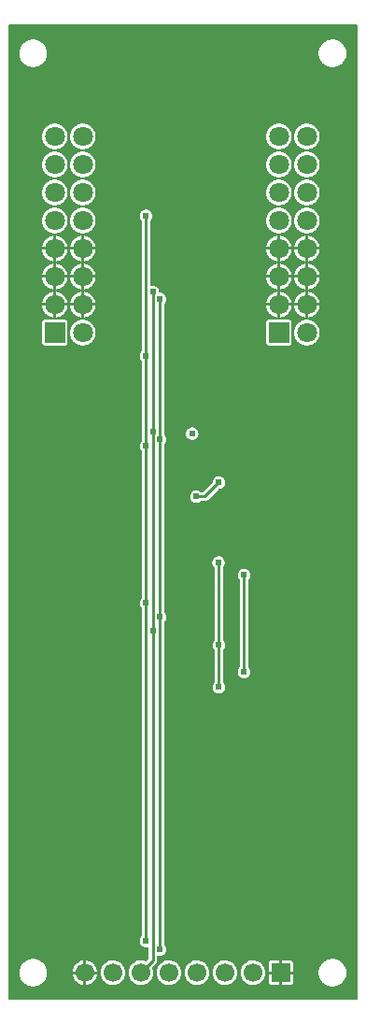
<source format=gtl>
G04 Layer: TopLayer*
G04 EasyEDA v6.5.39, 2024-01-28 22:23:05*
G04 c3fe260546394cefa430cd682b94bf32,5a6b42c53f6a479593ecc07194224c93,10*
G04 Gerber Generator version 0.2*
G04 Scale: 100 percent, Rotated: No, Reflected: No *
G04 Dimensions in millimeters *
G04 leading zeros omitted , absolute positions ,4 integer and 5 decimal *
%FSLAX45Y45*%
%MOMM*%

%AMMACRO1*21,1,$1,$2,0,0,$3*%
%ADD10C,0.2540*%
%ADD11MACRO1,1.8X1.8X90.0000*%
%ADD12C,1.8000*%
%ADD13MACRO1,1.7X1.7X0.0000*%
%ADD14C,1.7000*%
%ADD15C,0.6200*%
%ADD16C,0.0123*%

%LPD*%
G36*
X480568Y2972308D02*
G01*
X476656Y2973070D01*
X473405Y2975305D01*
X471170Y2978556D01*
X470408Y2982468D01*
X470408Y11800332D01*
X471170Y11804243D01*
X473405Y11807494D01*
X476656Y11809730D01*
X480568Y11810492D01*
X3621532Y11810492D01*
X3625443Y11809730D01*
X3628694Y11807494D01*
X3630929Y11804243D01*
X3631692Y11800332D01*
X3631692Y2982468D01*
X3630929Y2978556D01*
X3628694Y2975305D01*
X3625443Y2973070D01*
X3621532Y2972308D01*
G37*

%LPC*%
G36*
X691388Y11422176D02*
G01*
X706577Y11423091D01*
X721512Y11425834D01*
X736041Y11430355D01*
X749909Y11436604D01*
X762914Y11444478D01*
X774852Y11453876D01*
X785622Y11464594D01*
X794969Y11476583D01*
X802843Y11489588D01*
X809091Y11503456D01*
X813612Y11517934D01*
X816356Y11532920D01*
X817270Y11548059D01*
X816356Y11563248D01*
X813612Y11578234D01*
X809091Y11592712D01*
X802843Y11606580D01*
X794969Y11619585D01*
X785622Y11631574D01*
X774852Y11642293D01*
X762914Y11651691D01*
X749909Y11659565D01*
X736041Y11665813D01*
X721512Y11670334D01*
X706577Y11673078D01*
X691388Y11673992D01*
X676198Y11673078D01*
X661263Y11670334D01*
X646734Y11665813D01*
X632866Y11659565D01*
X619861Y11651691D01*
X607923Y11642293D01*
X597154Y11631574D01*
X587806Y11619585D01*
X579932Y11606580D01*
X573684Y11592712D01*
X569163Y11578234D01*
X566420Y11563248D01*
X565505Y11548059D01*
X566420Y11532920D01*
X569163Y11517934D01*
X573684Y11503456D01*
X579932Y11489588D01*
X587806Y11476583D01*
X597154Y11464594D01*
X607923Y11453876D01*
X619861Y11444478D01*
X632866Y11436604D01*
X646734Y11430355D01*
X661263Y11425834D01*
X676198Y11423091D01*
G37*
G36*
X691388Y3090976D02*
G01*
X706577Y3091891D01*
X721512Y3094634D01*
X736041Y3099155D01*
X749909Y3105404D01*
X762914Y3113278D01*
X774852Y3122676D01*
X785622Y3133394D01*
X794969Y3145383D01*
X802843Y3158388D01*
X809091Y3172256D01*
X813612Y3186734D01*
X816356Y3201720D01*
X817270Y3216859D01*
X816356Y3232048D01*
X813612Y3247034D01*
X809091Y3261512D01*
X802843Y3275380D01*
X794969Y3288385D01*
X785622Y3300374D01*
X774852Y3311093D01*
X762914Y3320491D01*
X749909Y3328365D01*
X736041Y3334613D01*
X721512Y3339134D01*
X706577Y3341878D01*
X691388Y3342792D01*
X676198Y3341878D01*
X661263Y3339134D01*
X646734Y3334613D01*
X632866Y3328365D01*
X619861Y3320491D01*
X607923Y3311093D01*
X597154Y3300374D01*
X587806Y3288385D01*
X579932Y3275380D01*
X573684Y3261512D01*
X569163Y3247034D01*
X566420Y3232048D01*
X565505Y3216859D01*
X566420Y3201720D01*
X569163Y3186734D01*
X573684Y3172256D01*
X579932Y3158388D01*
X587806Y3145383D01*
X597154Y3133394D01*
X607923Y3122676D01*
X619861Y3113278D01*
X632866Y3105404D01*
X646734Y3099155D01*
X661263Y3094634D01*
X676198Y3091891D01*
G37*
G36*
X2950210Y3105962D02*
G01*
X3021939Y3105962D01*
X3028238Y3106674D01*
X3033725Y3108604D01*
X3038602Y3111703D01*
X3042716Y3115767D01*
X3045764Y3120694D01*
X3047695Y3126130D01*
X3048406Y3132480D01*
X3048406Y3204210D01*
X2950210Y3204210D01*
G37*
G36*
X2853080Y3105962D02*
G01*
X2924810Y3105962D01*
X2924810Y3204210D01*
X2826562Y3204210D01*
X2826562Y3132480D01*
X2827274Y3126130D01*
X2829204Y3120694D01*
X2832303Y3115767D01*
X2836367Y3111703D01*
X2841294Y3108604D01*
X2846730Y3106674D01*
G37*
G36*
X2679954Y3106064D02*
G01*
X2694127Y3106521D01*
X2708148Y3108807D01*
X2721813Y3112820D01*
X2734767Y3118561D01*
X2746959Y3125927D01*
X2758033Y3134817D01*
X2767939Y3145028D01*
X2776423Y3156407D01*
X2783382Y3168802D01*
X2788716Y3181959D01*
X2792323Y3195675D01*
X2794152Y3209798D01*
X2794152Y3224022D01*
X2792323Y3238093D01*
X2788716Y3251860D01*
X2783382Y3265017D01*
X2776423Y3277362D01*
X2767939Y3288792D01*
X2758033Y3299002D01*
X2746959Y3307842D01*
X2734767Y3315208D01*
X2721813Y3320948D01*
X2708148Y3325012D01*
X2694127Y3327247D01*
X2679954Y3327704D01*
X2665780Y3326384D01*
X2651963Y3323183D01*
X2638602Y3318306D01*
X2626004Y3311702D01*
X2614371Y3303574D01*
X2603855Y3294024D01*
X2594610Y3283204D01*
X2586888Y3271316D01*
X2580690Y3258515D01*
X2576220Y3245002D01*
X2573528Y3231083D01*
X2572613Y3216910D01*
X2573528Y3202736D01*
X2576220Y3188766D01*
X2580690Y3175304D01*
X2586888Y3162503D01*
X2594610Y3150565D01*
X2603855Y3139744D01*
X2614371Y3130194D01*
X2626004Y3122066D01*
X2638602Y3115513D01*
X2651963Y3110585D01*
X2665780Y3107436D01*
G37*
G36*
X2425954Y3106064D02*
G01*
X2440127Y3106521D01*
X2454148Y3108807D01*
X2467813Y3112820D01*
X2480767Y3118561D01*
X2492959Y3125927D01*
X2504033Y3134817D01*
X2513939Y3145028D01*
X2522423Y3156407D01*
X2529382Y3168802D01*
X2534716Y3181959D01*
X2538323Y3195675D01*
X2540152Y3209798D01*
X2540152Y3224022D01*
X2538323Y3238093D01*
X2534716Y3251860D01*
X2529382Y3265017D01*
X2522423Y3277362D01*
X2513939Y3288792D01*
X2504033Y3299002D01*
X2492959Y3307842D01*
X2480767Y3315208D01*
X2467813Y3320948D01*
X2454148Y3325012D01*
X2440127Y3327247D01*
X2425954Y3327704D01*
X2411780Y3326384D01*
X2397963Y3323183D01*
X2384602Y3318306D01*
X2372004Y3311702D01*
X2360371Y3303574D01*
X2349855Y3294024D01*
X2340610Y3283204D01*
X2332888Y3271316D01*
X2326690Y3258515D01*
X2322220Y3245002D01*
X2319528Y3231083D01*
X2318613Y3216910D01*
X2319528Y3202736D01*
X2322220Y3188766D01*
X2326690Y3175304D01*
X2332888Y3162503D01*
X2340610Y3150565D01*
X2349855Y3139744D01*
X2360371Y3130194D01*
X2372004Y3122066D01*
X2384602Y3115513D01*
X2397963Y3110585D01*
X2411780Y3107436D01*
G37*
G36*
X1409954Y3106064D02*
G01*
X1424127Y3106521D01*
X1438148Y3108807D01*
X1451813Y3112820D01*
X1464767Y3118561D01*
X1476959Y3125927D01*
X1488033Y3134817D01*
X1497939Y3145028D01*
X1506423Y3156407D01*
X1513382Y3168802D01*
X1518716Y3181959D01*
X1522323Y3195675D01*
X1524152Y3209798D01*
X1524152Y3224022D01*
X1522323Y3238093D01*
X1518716Y3251860D01*
X1513382Y3265017D01*
X1506423Y3277362D01*
X1497939Y3288792D01*
X1488033Y3299002D01*
X1476959Y3307842D01*
X1464767Y3315208D01*
X1451813Y3320948D01*
X1438148Y3325012D01*
X1424127Y3327247D01*
X1409954Y3327704D01*
X1395780Y3326384D01*
X1381963Y3323183D01*
X1368602Y3318306D01*
X1356004Y3311702D01*
X1344371Y3303574D01*
X1333855Y3294024D01*
X1324610Y3283204D01*
X1316888Y3271316D01*
X1310690Y3258515D01*
X1306220Y3245002D01*
X1303528Y3231083D01*
X1302613Y3216910D01*
X1303528Y3202736D01*
X1306220Y3188766D01*
X1310690Y3175304D01*
X1316888Y3162503D01*
X1324610Y3150565D01*
X1333855Y3139744D01*
X1344371Y3130194D01*
X1356004Y3122066D01*
X1368602Y3115513D01*
X1381963Y3110585D01*
X1395780Y3107436D01*
G37*
G36*
X2171954Y3106064D02*
G01*
X2186127Y3106521D01*
X2200148Y3108807D01*
X2213813Y3112820D01*
X2226767Y3118561D01*
X2238959Y3125927D01*
X2250033Y3134817D01*
X2259939Y3145028D01*
X2268423Y3156407D01*
X2275382Y3168802D01*
X2280716Y3181959D01*
X2284323Y3195675D01*
X2286152Y3209798D01*
X2286152Y3224022D01*
X2284323Y3238093D01*
X2280716Y3251860D01*
X2275382Y3265017D01*
X2268423Y3277362D01*
X2259939Y3288792D01*
X2250033Y3299002D01*
X2238959Y3307842D01*
X2226767Y3315208D01*
X2213813Y3320948D01*
X2200148Y3325012D01*
X2186127Y3327247D01*
X2171954Y3327704D01*
X2157780Y3326384D01*
X2143963Y3323183D01*
X2130602Y3318306D01*
X2118004Y3311702D01*
X2106371Y3303574D01*
X2095855Y3294024D01*
X2086610Y3283204D01*
X2078888Y3271316D01*
X2072690Y3258515D01*
X2068220Y3245002D01*
X2065528Y3231083D01*
X2064613Y3216910D01*
X2065528Y3202736D01*
X2068220Y3188766D01*
X2072690Y3175304D01*
X2078888Y3162503D01*
X2086610Y3150565D01*
X2095855Y3139744D01*
X2106371Y3130194D01*
X2118004Y3122066D01*
X2130602Y3115513D01*
X2143963Y3110585D01*
X2157780Y3107436D01*
G37*
G36*
X1917954Y3106064D02*
G01*
X1932127Y3106521D01*
X1946148Y3108807D01*
X1959813Y3112820D01*
X1972767Y3118561D01*
X1984959Y3125927D01*
X1996033Y3134817D01*
X2005939Y3145028D01*
X2014423Y3156407D01*
X2021382Y3168802D01*
X2026716Y3181959D01*
X2030323Y3195675D01*
X2032152Y3209798D01*
X2032152Y3224022D01*
X2030323Y3238093D01*
X2026716Y3251860D01*
X2021382Y3265017D01*
X2014423Y3277362D01*
X2005939Y3288792D01*
X1996033Y3299002D01*
X1984959Y3307842D01*
X1972767Y3315208D01*
X1959813Y3320948D01*
X1946148Y3325012D01*
X1932127Y3327247D01*
X1917954Y3327704D01*
X1903780Y3326384D01*
X1889963Y3323183D01*
X1876602Y3318306D01*
X1864004Y3311702D01*
X1852371Y3303574D01*
X1841855Y3294024D01*
X1832610Y3283204D01*
X1824888Y3271316D01*
X1818690Y3258515D01*
X1814220Y3245002D01*
X1811528Y3231083D01*
X1810613Y3216910D01*
X1811528Y3202736D01*
X1814220Y3188766D01*
X1818690Y3175304D01*
X1824888Y3162503D01*
X1832610Y3150565D01*
X1841855Y3139744D01*
X1852371Y3130194D01*
X1864004Y3122066D01*
X1876602Y3115513D01*
X1889963Y3110585D01*
X1903780Y3107436D01*
G37*
G36*
X1663954Y3106064D02*
G01*
X1678127Y3106521D01*
X1692148Y3108807D01*
X1705813Y3112820D01*
X1718767Y3118561D01*
X1730959Y3125927D01*
X1742033Y3134817D01*
X1751939Y3145028D01*
X1760423Y3156407D01*
X1767382Y3168802D01*
X1772716Y3181959D01*
X1776323Y3195675D01*
X1778152Y3209798D01*
X1778152Y3224022D01*
X1776323Y3238093D01*
X1772716Y3251860D01*
X1770735Y3256788D01*
X1769973Y3260648D01*
X1770786Y3264509D01*
X1772970Y3267760D01*
X1804924Y3299764D01*
X1810054Y3305962D01*
X1813610Y3312668D01*
X1815795Y3319881D01*
X1816607Y3327908D01*
X1816607Y3363823D01*
X1817624Y3368192D01*
X1820367Y3371697D01*
X1824431Y3373678D01*
X1828901Y3373729D01*
X1834286Y3372612D01*
X1843938Y3372154D01*
X1853488Y3373424D01*
X1862683Y3376218D01*
X1871319Y3380587D01*
X1879092Y3386328D01*
X1885746Y3393287D01*
X1891131Y3401263D01*
X1895144Y3410051D01*
X1897532Y3419398D01*
X1898396Y3429000D01*
X1897532Y3438601D01*
X1895144Y3447948D01*
X1891131Y3456736D01*
X1885746Y3464712D01*
X1882952Y3467658D01*
X1880819Y3470910D01*
X1880107Y3474720D01*
X1880107Y6393180D01*
X1880819Y6396990D01*
X1882952Y6400241D01*
X1885746Y6403187D01*
X1891131Y6411163D01*
X1895144Y6419951D01*
X1897532Y6429298D01*
X1898396Y6438900D01*
X1897532Y6448501D01*
X1895144Y6457848D01*
X1891131Y6466636D01*
X1885746Y6474612D01*
X1882952Y6477558D01*
X1880819Y6480810D01*
X1880107Y6484620D01*
X1880107Y8006080D01*
X1880819Y8009890D01*
X1882952Y8013141D01*
X1885746Y8016087D01*
X1891131Y8024063D01*
X1895144Y8032851D01*
X1897532Y8042198D01*
X1898396Y8051800D01*
X1897532Y8061401D01*
X1895144Y8070748D01*
X1891131Y8079536D01*
X1885746Y8087512D01*
X1882952Y8090458D01*
X1880819Y8093709D01*
X1880107Y8097520D01*
X1880107Y9276080D01*
X1880819Y9279890D01*
X1882952Y9283141D01*
X1885746Y9286087D01*
X1891131Y9294063D01*
X1895144Y9302851D01*
X1897532Y9312198D01*
X1898396Y9321800D01*
X1897532Y9331401D01*
X1895144Y9340748D01*
X1891131Y9349536D01*
X1885746Y9357512D01*
X1879092Y9364472D01*
X1871319Y9370212D01*
X1862683Y9374581D01*
X1853488Y9377375D01*
X1843481Y9378696D01*
X1840179Y9379661D01*
X1837436Y9381744D01*
X1835505Y9384588D01*
X1834642Y9387890D01*
X1834032Y9394901D01*
X1831644Y9404248D01*
X1827631Y9413036D01*
X1822246Y9421012D01*
X1815592Y9427972D01*
X1807819Y9433712D01*
X1799183Y9438081D01*
X1789988Y9440875D01*
X1780438Y9442145D01*
X1770786Y9441688D01*
X1765401Y9440570D01*
X1760931Y9440621D01*
X1756867Y9442602D01*
X1754124Y9446107D01*
X1753107Y9450476D01*
X1753107Y10029139D01*
X1753819Y10032898D01*
X1755952Y10036149D01*
X1758746Y10039096D01*
X1764131Y10047071D01*
X1768144Y10055860D01*
X1770532Y10065207D01*
X1771396Y10074808D01*
X1770532Y10084409D01*
X1768144Y10093756D01*
X1764131Y10102545D01*
X1758746Y10110520D01*
X1752092Y10117480D01*
X1744319Y10123220D01*
X1735683Y10127589D01*
X1726488Y10130383D01*
X1716938Y10131653D01*
X1707286Y10131247D01*
X1697837Y10129215D01*
X1688896Y10125608D01*
X1680667Y10120528D01*
X1673453Y10114178D01*
X1667357Y10106660D01*
X1662684Y10098227D01*
X1659483Y10089134D01*
X1657857Y10079634D01*
X1657857Y10069982D01*
X1659483Y10060482D01*
X1662684Y10051389D01*
X1667357Y10042956D01*
X1673656Y10035235D01*
X1675333Y10032238D01*
X1675892Y10028834D01*
X1675892Y8850782D01*
X1675333Y8847378D01*
X1673656Y8844381D01*
X1667357Y8836660D01*
X1662684Y8828227D01*
X1659483Y8819134D01*
X1657857Y8809634D01*
X1657857Y8799982D01*
X1659483Y8790482D01*
X1662684Y8781389D01*
X1667357Y8772956D01*
X1673656Y8765235D01*
X1675333Y8762238D01*
X1675892Y8758834D01*
X1675892Y8034274D01*
X1675333Y8030870D01*
X1673656Y8027873D01*
X1667357Y8020151D01*
X1662684Y8011718D01*
X1659483Y8002625D01*
X1657857Y7993125D01*
X1657857Y7983474D01*
X1659483Y7973974D01*
X1662684Y7964881D01*
X1667357Y7956448D01*
X1673656Y7948726D01*
X1675333Y7945729D01*
X1675892Y7942325D01*
X1675892Y6611874D01*
X1675333Y6608470D01*
X1673656Y6605473D01*
X1667357Y6597751D01*
X1662684Y6589318D01*
X1659483Y6580225D01*
X1657857Y6570725D01*
X1657857Y6561074D01*
X1659483Y6551574D01*
X1662684Y6542481D01*
X1667357Y6534048D01*
X1673656Y6526326D01*
X1675333Y6523329D01*
X1675892Y6519926D01*
X1675892Y3551174D01*
X1675333Y3547770D01*
X1673656Y3544773D01*
X1667357Y3537051D01*
X1662684Y3528618D01*
X1659483Y3519525D01*
X1657857Y3510026D01*
X1657857Y3500374D01*
X1659483Y3490874D01*
X1662684Y3481781D01*
X1667357Y3473348D01*
X1673453Y3465829D01*
X1680667Y3459479D01*
X1688896Y3454400D01*
X1697837Y3450844D01*
X1707286Y3448812D01*
X1716887Y3448405D01*
X1727860Y3449878D01*
X1732127Y3449574D01*
X1735886Y3447491D01*
X1738477Y3444036D01*
X1739392Y3439820D01*
X1739392Y3347618D01*
X1738630Y3343706D01*
X1736394Y3340404D01*
X1718462Y3322472D01*
X1715109Y3320237D01*
X1711096Y3319475D01*
X1692148Y3325012D01*
X1678127Y3327247D01*
X1663954Y3327704D01*
X1649780Y3326384D01*
X1635963Y3323183D01*
X1622602Y3318306D01*
X1610004Y3311702D01*
X1598371Y3303574D01*
X1587855Y3294024D01*
X1578610Y3283204D01*
X1570888Y3271316D01*
X1564690Y3258515D01*
X1560220Y3245002D01*
X1557528Y3231083D01*
X1556613Y3216910D01*
X1557528Y3202736D01*
X1560220Y3188766D01*
X1564690Y3175304D01*
X1570888Y3162503D01*
X1578610Y3150565D01*
X1587855Y3139744D01*
X1598371Y3130194D01*
X1610004Y3122066D01*
X1622602Y3115513D01*
X1635963Y3110585D01*
X1649780Y3107436D01*
G37*
G36*
X1172210Y3106877D02*
G01*
X1184148Y3108807D01*
X1197813Y3112820D01*
X1210767Y3118561D01*
X1222959Y3125927D01*
X1234033Y3134817D01*
X1243939Y3145028D01*
X1252423Y3156407D01*
X1259382Y3168802D01*
X1264716Y3181959D01*
X1268323Y3195675D01*
X1269441Y3204210D01*
X1172210Y3204210D01*
G37*
G36*
X1146810Y3106928D02*
G01*
X1146810Y3204210D01*
X1049426Y3204210D01*
X1049528Y3202736D01*
X1052220Y3188766D01*
X1056690Y3175304D01*
X1062888Y3162503D01*
X1070610Y3150565D01*
X1079855Y3139744D01*
X1090371Y3130194D01*
X1102004Y3122066D01*
X1114602Y3115513D01*
X1127963Y3110585D01*
X1141780Y3107436D01*
G37*
G36*
X1172210Y3229610D02*
G01*
X1269441Y3229610D01*
X1268323Y3238093D01*
X1264716Y3251860D01*
X1259382Y3265017D01*
X1252423Y3277362D01*
X1243939Y3288792D01*
X1234033Y3299002D01*
X1222959Y3307842D01*
X1210767Y3315208D01*
X1197813Y3320948D01*
X1184148Y3325012D01*
X1172210Y3326942D01*
G37*
G36*
X1049426Y3229610D02*
G01*
X1146810Y3229610D01*
X1146810Y3326841D01*
X1141780Y3326384D01*
X1127963Y3323183D01*
X1114602Y3318306D01*
X1102004Y3311702D01*
X1090371Y3303574D01*
X1079855Y3294024D01*
X1070610Y3283204D01*
X1062888Y3271316D01*
X1056690Y3258515D01*
X1052220Y3245002D01*
X1049528Y3231083D01*
G37*
G36*
X2826562Y3229610D02*
G01*
X2924810Y3229610D01*
X2924810Y3327806D01*
X2853080Y3327806D01*
X2846730Y3327095D01*
X2841294Y3325164D01*
X2836367Y3322116D01*
X2832303Y3318001D01*
X2829204Y3313125D01*
X2827274Y3307638D01*
X2826562Y3301339D01*
G37*
G36*
X2950210Y3229610D02*
G01*
X3048406Y3229610D01*
X3048406Y3301339D01*
X3047695Y3307638D01*
X3045764Y3313125D01*
X3042716Y3318001D01*
X3038602Y3322116D01*
X3033725Y3325164D01*
X3028238Y3327095D01*
X3021939Y3327806D01*
X2950210Y3327806D01*
G37*
G36*
X3406394Y11422176D02*
G01*
X3421583Y11423091D01*
X3436518Y11425834D01*
X3451047Y11430355D01*
X3464915Y11436604D01*
X3477920Y11444478D01*
X3489858Y11453876D01*
X3500628Y11464594D01*
X3509975Y11476583D01*
X3517849Y11489588D01*
X3524097Y11503456D01*
X3528618Y11517934D01*
X3531362Y11532920D01*
X3532276Y11548059D01*
X3531362Y11563248D01*
X3528618Y11578234D01*
X3524097Y11592712D01*
X3517849Y11606580D01*
X3509975Y11619585D01*
X3500628Y11631574D01*
X3489858Y11642293D01*
X3477920Y11651691D01*
X3464915Y11659565D01*
X3451047Y11665813D01*
X3436518Y11670334D01*
X3421583Y11673078D01*
X3406394Y11673992D01*
X3391204Y11673078D01*
X3376269Y11670334D01*
X3361740Y11665813D01*
X3347872Y11659565D01*
X3334867Y11651691D01*
X3322929Y11642293D01*
X3312160Y11631574D01*
X3302812Y11619585D01*
X3294938Y11606580D01*
X3288690Y11592712D01*
X3284169Y11578234D01*
X3281426Y11563248D01*
X3280511Y11548059D01*
X3281426Y11532920D01*
X3284169Y11517934D01*
X3288690Y11503456D01*
X3294938Y11489588D01*
X3302812Y11476583D01*
X3312160Y11464594D01*
X3322929Y11453876D01*
X3334867Y11444478D01*
X3347872Y11436604D01*
X3361740Y11430355D01*
X3376269Y11425834D01*
X3391204Y11423091D01*
G37*
G36*
X1143000Y10679125D02*
G01*
X1157528Y10680039D01*
X1171803Y10682732D01*
X1185672Y10687253D01*
X1198829Y10693450D01*
X1211122Y10701223D01*
X1222349Y10710519D01*
X1232306Y10721136D01*
X1240840Y10732922D01*
X1247851Y10745673D01*
X1253236Y10759186D01*
X1256842Y10773308D01*
X1258671Y10787735D01*
X1258671Y10802264D01*
X1256842Y10816691D01*
X1253236Y10830814D01*
X1247851Y10844326D01*
X1240840Y10857077D01*
X1232306Y10868863D01*
X1222349Y10879480D01*
X1211122Y10888776D01*
X1198829Y10896549D01*
X1185672Y10902746D01*
X1171803Y10907268D01*
X1157528Y10909960D01*
X1143000Y10910874D01*
X1128471Y10909960D01*
X1114196Y10907268D01*
X1100328Y10902746D01*
X1087170Y10896549D01*
X1074877Y10888776D01*
X1063650Y10879480D01*
X1053693Y10868863D01*
X1045159Y10857077D01*
X1038148Y10844326D01*
X1032764Y10830814D01*
X1029157Y10816691D01*
X1027328Y10802264D01*
X1027328Y10787735D01*
X1029157Y10773308D01*
X1032764Y10759186D01*
X1038148Y10745673D01*
X1045159Y10732922D01*
X1053693Y10721136D01*
X1063650Y10710519D01*
X1074877Y10701223D01*
X1087170Y10693450D01*
X1100328Y10687253D01*
X1114196Y10682732D01*
X1128471Y10680039D01*
G37*
G36*
X2921000Y10679125D02*
G01*
X2935528Y10680039D01*
X2949803Y10682732D01*
X2963672Y10687253D01*
X2976829Y10693450D01*
X2989122Y10701223D01*
X3000349Y10710519D01*
X3010306Y10721136D01*
X3018840Y10732922D01*
X3025851Y10745673D01*
X3031236Y10759186D01*
X3034842Y10773308D01*
X3036671Y10787735D01*
X3036671Y10802264D01*
X3034842Y10816691D01*
X3031236Y10830814D01*
X3025851Y10844326D01*
X3018840Y10857077D01*
X3010306Y10868863D01*
X3000349Y10879480D01*
X2989122Y10888776D01*
X2976829Y10896549D01*
X2963672Y10902746D01*
X2949803Y10907268D01*
X2935528Y10909960D01*
X2921000Y10910874D01*
X2906471Y10909960D01*
X2892196Y10907268D01*
X2878328Y10902746D01*
X2865170Y10896549D01*
X2852877Y10888776D01*
X2841650Y10879480D01*
X2831693Y10868863D01*
X2823159Y10857077D01*
X2816148Y10844326D01*
X2810764Y10830814D01*
X2807157Y10816691D01*
X2805328Y10802264D01*
X2805328Y10787735D01*
X2807157Y10773308D01*
X2810764Y10759186D01*
X2816148Y10745673D01*
X2823159Y10732922D01*
X2831693Y10721136D01*
X2841650Y10710519D01*
X2852877Y10701223D01*
X2865170Y10693450D01*
X2878328Y10687253D01*
X2892196Y10682732D01*
X2906471Y10680039D01*
G37*
G36*
X2377338Y5747054D02*
G01*
X2386888Y5748324D01*
X2396083Y5751118D01*
X2404719Y5755487D01*
X2412492Y5761228D01*
X2419146Y5768187D01*
X2424531Y5776163D01*
X2428544Y5784951D01*
X2430932Y5794298D01*
X2431796Y5803900D01*
X2430932Y5813501D01*
X2428544Y5822848D01*
X2424531Y5831636D01*
X2419146Y5839612D01*
X2416352Y5842558D01*
X2414219Y5845810D01*
X2413508Y5849620D01*
X2413508Y6139180D01*
X2414219Y6142990D01*
X2416352Y6146241D01*
X2419146Y6149187D01*
X2424531Y6157163D01*
X2428544Y6165951D01*
X2430932Y6175298D01*
X2431796Y6184900D01*
X2430932Y6194501D01*
X2428544Y6203848D01*
X2424531Y6212636D01*
X2419146Y6220612D01*
X2416352Y6223558D01*
X2414219Y6226810D01*
X2413508Y6230620D01*
X2413508Y6889953D01*
X2414219Y6893763D01*
X2416352Y6897014D01*
X2417775Y6898487D01*
X2423160Y6906463D01*
X2427122Y6915251D01*
X2429560Y6924598D01*
X2430373Y6934200D01*
X2429560Y6943801D01*
X2427122Y6953148D01*
X2423160Y6961936D01*
X2417775Y6969912D01*
X2411069Y6976872D01*
X2403297Y6982612D01*
X2394712Y6986981D01*
X2385466Y6989775D01*
X2375916Y6991045D01*
X2366264Y6990588D01*
X2356866Y6988556D01*
X2347874Y6985000D01*
X2339695Y6979920D01*
X2332431Y6973570D01*
X2326386Y6966051D01*
X2321661Y6957618D01*
X2318461Y6948525D01*
X2316835Y6939025D01*
X2316835Y6929374D01*
X2318461Y6919874D01*
X2321661Y6910781D01*
X2326386Y6902348D01*
X2332837Y6894474D01*
X2335377Y6891070D01*
X2336292Y6886854D01*
X2336292Y6230874D01*
X2335733Y6227470D01*
X2334056Y6224473D01*
X2327757Y6216751D01*
X2323084Y6208318D01*
X2319883Y6199225D01*
X2318258Y6189726D01*
X2318258Y6180074D01*
X2319883Y6170574D01*
X2323084Y6161481D01*
X2327757Y6153048D01*
X2334056Y6145326D01*
X2335733Y6142329D01*
X2336292Y6138926D01*
X2336292Y5849874D01*
X2335733Y5846470D01*
X2334056Y5843473D01*
X2327757Y5835751D01*
X2323084Y5827318D01*
X2319883Y5818225D01*
X2318258Y5808726D01*
X2318258Y5799074D01*
X2319883Y5789574D01*
X2323084Y5780481D01*
X2327757Y5772048D01*
X2333853Y5764530D01*
X2341067Y5758180D01*
X2349296Y5753100D01*
X2358237Y5749544D01*
X2367686Y5747512D01*
G37*
G36*
X2605938Y5886754D02*
G01*
X2615488Y5888024D01*
X2624683Y5890818D01*
X2633319Y5895187D01*
X2641092Y5900928D01*
X2647746Y5907887D01*
X2653131Y5915863D01*
X2657144Y5924651D01*
X2659532Y5933998D01*
X2660396Y5943600D01*
X2659532Y5953201D01*
X2657144Y5962548D01*
X2653131Y5971336D01*
X2647746Y5979312D01*
X2644952Y5982258D01*
X2642819Y5985510D01*
X2642108Y5989320D01*
X2642108Y6774180D01*
X2642819Y6777990D01*
X2644952Y6781241D01*
X2647746Y6784187D01*
X2653131Y6792163D01*
X2657144Y6800951D01*
X2659532Y6810298D01*
X2660396Y6819900D01*
X2659532Y6829501D01*
X2657144Y6838848D01*
X2653131Y6847636D01*
X2647746Y6855612D01*
X2641092Y6862572D01*
X2633319Y6868312D01*
X2624683Y6872681D01*
X2615488Y6875475D01*
X2605938Y6876745D01*
X2596286Y6876288D01*
X2586837Y6874256D01*
X2577896Y6870700D01*
X2569667Y6865620D01*
X2562453Y6859270D01*
X2556357Y6851751D01*
X2551684Y6843318D01*
X2548483Y6834225D01*
X2546858Y6824725D01*
X2546858Y6815074D01*
X2548483Y6805574D01*
X2551684Y6796481D01*
X2556357Y6788048D01*
X2562656Y6780326D01*
X2564333Y6777329D01*
X2564892Y6773925D01*
X2564892Y5989574D01*
X2564333Y5986170D01*
X2562656Y5983173D01*
X2556357Y5975451D01*
X2551684Y5967018D01*
X2548483Y5957925D01*
X2546858Y5948426D01*
X2546858Y5938774D01*
X2548483Y5929274D01*
X2551684Y5920181D01*
X2556357Y5911748D01*
X2562453Y5904230D01*
X2569667Y5897880D01*
X2577896Y5892800D01*
X2586837Y5889244D01*
X2596286Y5887212D01*
G37*
G36*
X2174138Y7474254D02*
G01*
X2183688Y7475524D01*
X2192883Y7478318D01*
X2201519Y7482687D01*
X2213559Y7491679D01*
X2217521Y7492492D01*
X2247392Y7492492D01*
X2255418Y7493304D01*
X2262632Y7495489D01*
X2269337Y7499045D01*
X2275535Y7504175D01*
X2369718Y7598308D01*
X2373223Y7600594D01*
X2386888Y7602524D01*
X2396083Y7605318D01*
X2404719Y7609687D01*
X2412492Y7615428D01*
X2419146Y7622387D01*
X2424531Y7630363D01*
X2428544Y7639151D01*
X2430932Y7648498D01*
X2431796Y7658100D01*
X2430932Y7667701D01*
X2428544Y7677048D01*
X2424531Y7685836D01*
X2419146Y7693812D01*
X2412492Y7700772D01*
X2404719Y7706512D01*
X2396083Y7710881D01*
X2386888Y7713675D01*
X2377338Y7714945D01*
X2367686Y7714488D01*
X2358237Y7712456D01*
X2349296Y7708900D01*
X2341067Y7703820D01*
X2333853Y7697470D01*
X2327757Y7689951D01*
X2323084Y7681518D01*
X2319883Y7672425D01*
X2318258Y7662925D01*
X2318258Y7660233D01*
X2317445Y7656372D01*
X2315260Y7653070D01*
X2234895Y7572705D01*
X2231593Y7570470D01*
X2227681Y7569708D01*
X2217521Y7569708D01*
X2213559Y7570520D01*
X2201519Y7579512D01*
X2192883Y7583881D01*
X2183688Y7586675D01*
X2174138Y7587945D01*
X2164486Y7587488D01*
X2155037Y7585456D01*
X2146096Y7581900D01*
X2137867Y7576820D01*
X2130653Y7570470D01*
X2124557Y7562951D01*
X2119884Y7554518D01*
X2116683Y7545425D01*
X2115058Y7535925D01*
X2115058Y7526274D01*
X2116683Y7516774D01*
X2119884Y7507681D01*
X2124557Y7499248D01*
X2130653Y7491730D01*
X2137867Y7485380D01*
X2146096Y7480300D01*
X2155037Y7476744D01*
X2164486Y7474712D01*
G37*
G36*
X889000Y10679125D02*
G01*
X903528Y10680039D01*
X917803Y10682732D01*
X931671Y10687253D01*
X944829Y10693450D01*
X957122Y10701223D01*
X968349Y10710519D01*
X978306Y10721136D01*
X986840Y10732922D01*
X993851Y10745673D01*
X999236Y10759186D01*
X1002842Y10773308D01*
X1004671Y10787735D01*
X1004671Y10802264D01*
X1002842Y10816691D01*
X999236Y10830814D01*
X993851Y10844326D01*
X986840Y10857077D01*
X978306Y10868863D01*
X968349Y10879480D01*
X957122Y10888776D01*
X944829Y10896549D01*
X931671Y10902746D01*
X917803Y10907268D01*
X903528Y10909960D01*
X889000Y10910874D01*
X874471Y10909960D01*
X860196Y10907268D01*
X846328Y10902746D01*
X833170Y10896549D01*
X820877Y10888776D01*
X809650Y10879480D01*
X799693Y10868863D01*
X791159Y10857077D01*
X784148Y10844326D01*
X778764Y10830814D01*
X775157Y10816691D01*
X773328Y10802264D01*
X773328Y10787735D01*
X775157Y10773308D01*
X778764Y10759186D01*
X784148Y10745673D01*
X791159Y10732922D01*
X799693Y10721136D01*
X809650Y10710519D01*
X820877Y10701223D01*
X833170Y10693450D01*
X846328Y10687253D01*
X860196Y10682732D01*
X874471Y10680039D01*
G37*
G36*
X2136038Y8045754D02*
G01*
X2145588Y8047024D01*
X2154783Y8049818D01*
X2163419Y8054187D01*
X2171192Y8059928D01*
X2177846Y8066887D01*
X2183231Y8074863D01*
X2187244Y8083651D01*
X2189632Y8092998D01*
X2190496Y8102600D01*
X2189632Y8112201D01*
X2187244Y8121548D01*
X2183231Y8130336D01*
X2177846Y8138312D01*
X2171192Y8145272D01*
X2163419Y8151012D01*
X2154783Y8155381D01*
X2145588Y8158175D01*
X2136038Y8159445D01*
X2126386Y8158988D01*
X2116937Y8156956D01*
X2107996Y8153400D01*
X2099767Y8148320D01*
X2092553Y8141970D01*
X2086457Y8134451D01*
X2081784Y8126018D01*
X2078583Y8116925D01*
X2076957Y8107425D01*
X2076957Y8097774D01*
X2078583Y8088274D01*
X2081784Y8079181D01*
X2086457Y8070748D01*
X2092553Y8063230D01*
X2099767Y8056880D01*
X2107996Y8051800D01*
X2116937Y8048244D01*
X2126386Y8046212D01*
G37*
G36*
X2831592Y8901074D02*
G01*
X3010408Y8901074D01*
X3016758Y8901785D01*
X3022193Y8903716D01*
X3027121Y8906814D01*
X3031185Y8910878D01*
X3034284Y8915806D01*
X3036214Y8921242D01*
X3036925Y8927592D01*
X3036925Y9106408D01*
X3036214Y9112758D01*
X3034284Y9118193D01*
X3031185Y9123121D01*
X3027121Y9127185D01*
X3022193Y9130284D01*
X3016758Y9132214D01*
X3010408Y9132925D01*
X2831592Y9132925D01*
X2825242Y9132214D01*
X2819806Y9130284D01*
X2814878Y9127185D01*
X2810814Y9123121D01*
X2807716Y9118193D01*
X2805785Y9112758D01*
X2805074Y9106408D01*
X2805074Y8927592D01*
X2805785Y8921242D01*
X2807716Y8915806D01*
X2810814Y8910878D01*
X2814878Y8906814D01*
X2819806Y8903716D01*
X2825242Y8901785D01*
G37*
G36*
X799592Y8901074D02*
G01*
X978408Y8901074D01*
X984758Y8901785D01*
X990193Y8903716D01*
X995121Y8906814D01*
X999185Y8910878D01*
X1002284Y8915806D01*
X1004214Y8921242D01*
X1004925Y8927592D01*
X1004925Y9106408D01*
X1004214Y9112758D01*
X1002284Y9118193D01*
X999185Y9123121D01*
X995121Y9127185D01*
X990193Y9130284D01*
X984758Y9132214D01*
X978408Y9132925D01*
X799592Y9132925D01*
X793242Y9132214D01*
X787806Y9130284D01*
X782878Y9127185D01*
X778814Y9123121D01*
X775716Y9118193D01*
X773785Y9112758D01*
X773074Y9106408D01*
X773074Y8927592D01*
X773785Y8921242D01*
X775716Y8915806D01*
X778814Y8910878D01*
X782878Y8906814D01*
X787806Y8903716D01*
X793242Y8901785D01*
G37*
G36*
X1143000Y8901125D02*
G01*
X1157528Y8902039D01*
X1171803Y8904732D01*
X1185672Y8909253D01*
X1198829Y8915450D01*
X1211122Y8923223D01*
X1222349Y8932519D01*
X1232306Y8943136D01*
X1240840Y8954922D01*
X1247851Y8967673D01*
X1253236Y8981186D01*
X1256842Y8995308D01*
X1258671Y9009735D01*
X1258671Y9024264D01*
X1256842Y9038691D01*
X1253236Y9052814D01*
X1247851Y9066326D01*
X1240840Y9079077D01*
X1232306Y9090863D01*
X1222349Y9101480D01*
X1211122Y9110776D01*
X1198829Y9118549D01*
X1185672Y9124746D01*
X1171803Y9129268D01*
X1157528Y9131960D01*
X1143000Y9132874D01*
X1128471Y9131960D01*
X1114196Y9129268D01*
X1100328Y9124746D01*
X1087170Y9118549D01*
X1074877Y9110776D01*
X1063650Y9101480D01*
X1053693Y9090863D01*
X1045159Y9079077D01*
X1038148Y9066326D01*
X1032764Y9052814D01*
X1029157Y9038691D01*
X1027328Y9024264D01*
X1027328Y9009735D01*
X1029157Y8995308D01*
X1032764Y8981186D01*
X1038148Y8967673D01*
X1045159Y8954922D01*
X1053693Y8943136D01*
X1063650Y8932519D01*
X1074877Y8923223D01*
X1087170Y8915450D01*
X1100328Y8909253D01*
X1114196Y8904732D01*
X1128471Y8902039D01*
G37*
G36*
X3175000Y8901125D02*
G01*
X3189528Y8902039D01*
X3203803Y8904732D01*
X3217672Y8909253D01*
X3230829Y8915450D01*
X3243122Y8923223D01*
X3254349Y8932519D01*
X3264306Y8943136D01*
X3272840Y8954922D01*
X3279851Y8967673D01*
X3285236Y8981186D01*
X3288842Y8995308D01*
X3290671Y9009735D01*
X3290671Y9024264D01*
X3288842Y9038691D01*
X3285236Y9052814D01*
X3279851Y9066326D01*
X3272840Y9079077D01*
X3264306Y9090863D01*
X3254349Y9101480D01*
X3243122Y9110776D01*
X3230829Y9118549D01*
X3217672Y9124746D01*
X3203803Y9129268D01*
X3189528Y9131960D01*
X3175000Y9132874D01*
X3160471Y9131960D01*
X3146196Y9129268D01*
X3132328Y9124746D01*
X3119170Y9118549D01*
X3106877Y9110776D01*
X3095650Y9101480D01*
X3085693Y9090863D01*
X3077159Y9079077D01*
X3070148Y9066326D01*
X3064764Y9052814D01*
X3061157Y9038691D01*
X3059328Y9024264D01*
X3059328Y9009735D01*
X3061157Y8995308D01*
X3064764Y8981186D01*
X3070148Y8967673D01*
X3077159Y8954922D01*
X3085693Y8943136D01*
X3095650Y8932519D01*
X3106877Y8923223D01*
X3119170Y8915450D01*
X3132328Y8909253D01*
X3146196Y8904732D01*
X3160471Y8902039D01*
G37*
G36*
X1130300Y9155887D02*
G01*
X1130300Y9258300D01*
X1028039Y9258300D01*
X1029157Y9249308D01*
X1032764Y9235186D01*
X1038148Y9221673D01*
X1045159Y9208922D01*
X1053693Y9197136D01*
X1063650Y9186519D01*
X1074877Y9177223D01*
X1087170Y9169450D01*
X1100328Y9163253D01*
X1114196Y9158732D01*
X1128471Y9156039D01*
G37*
G36*
X2933700Y9155887D02*
G01*
X2935528Y9156039D01*
X2949803Y9158732D01*
X2963672Y9163253D01*
X2976829Y9169450D01*
X2989122Y9177223D01*
X3000349Y9186519D01*
X3010306Y9197136D01*
X3018840Y9208922D01*
X3025851Y9221673D01*
X3031236Y9235186D01*
X3034842Y9249308D01*
X3035960Y9258300D01*
X2933700Y9258300D01*
G37*
G36*
X2908300Y9155887D02*
G01*
X2908300Y9258300D01*
X2806039Y9258300D01*
X2807157Y9249308D01*
X2810764Y9235186D01*
X2816148Y9221673D01*
X2823159Y9208922D01*
X2831693Y9197136D01*
X2841650Y9186519D01*
X2852877Y9177223D01*
X2865170Y9169450D01*
X2878328Y9163253D01*
X2892196Y9158732D01*
X2906471Y9156039D01*
G37*
G36*
X1155700Y9155887D02*
G01*
X1157528Y9156039D01*
X1171803Y9158732D01*
X1185672Y9163253D01*
X1198829Y9169450D01*
X1211122Y9177223D01*
X1222349Y9186519D01*
X1232306Y9197136D01*
X1240840Y9208922D01*
X1247851Y9221673D01*
X1253236Y9235186D01*
X1256842Y9249308D01*
X1257960Y9258300D01*
X1155700Y9258300D01*
G37*
G36*
X876300Y9155887D02*
G01*
X876300Y9258300D01*
X774039Y9258300D01*
X775157Y9249308D01*
X778764Y9235186D01*
X784148Y9221673D01*
X791159Y9208922D01*
X799693Y9197136D01*
X809650Y9186519D01*
X820877Y9177223D01*
X833170Y9169450D01*
X846328Y9163253D01*
X860196Y9158732D01*
X874471Y9156039D01*
G37*
G36*
X3187700Y9155887D02*
G01*
X3189528Y9156039D01*
X3203803Y9158732D01*
X3217672Y9163253D01*
X3230829Y9169450D01*
X3243122Y9177223D01*
X3254349Y9186519D01*
X3264306Y9197136D01*
X3272840Y9208922D01*
X3279851Y9221673D01*
X3285236Y9235186D01*
X3288842Y9249308D01*
X3289960Y9258300D01*
X3187700Y9258300D01*
G37*
G36*
X901700Y9155887D02*
G01*
X903528Y9156039D01*
X917803Y9158732D01*
X931671Y9163253D01*
X944829Y9169450D01*
X957122Y9177223D01*
X968349Y9186519D01*
X978306Y9197136D01*
X986840Y9208922D01*
X993851Y9221673D01*
X999236Y9235186D01*
X1002842Y9249308D01*
X1003960Y9258300D01*
X901700Y9258300D01*
G37*
G36*
X3162300Y9155887D02*
G01*
X3162300Y9258300D01*
X3060039Y9258300D01*
X3061157Y9249308D01*
X3064764Y9235186D01*
X3070148Y9221673D01*
X3077159Y9208922D01*
X3085693Y9197136D01*
X3095650Y9186519D01*
X3106877Y9177223D01*
X3119170Y9169450D01*
X3132328Y9163253D01*
X3146196Y9158732D01*
X3160471Y9156039D01*
G37*
G36*
X1028039Y9283700D02*
G01*
X1130300Y9283700D01*
X1130300Y9386112D01*
X1128471Y9385960D01*
X1114196Y9383268D01*
X1100328Y9378746D01*
X1087170Y9372549D01*
X1074877Y9364776D01*
X1063650Y9355480D01*
X1053693Y9344863D01*
X1045159Y9333077D01*
X1038148Y9320326D01*
X1032764Y9306814D01*
X1029157Y9292691D01*
G37*
G36*
X2933700Y9283700D02*
G01*
X3035960Y9283700D01*
X3034842Y9292691D01*
X3031236Y9306814D01*
X3025851Y9320326D01*
X3018840Y9333077D01*
X3010306Y9344863D01*
X3000349Y9355480D01*
X2989122Y9364776D01*
X2976829Y9372549D01*
X2963672Y9378746D01*
X2949803Y9383268D01*
X2935528Y9385960D01*
X2933700Y9386112D01*
G37*
G36*
X2806039Y9283700D02*
G01*
X2908300Y9283700D01*
X2908300Y9386112D01*
X2906471Y9385960D01*
X2892196Y9383268D01*
X2878328Y9378746D01*
X2865170Y9372549D01*
X2852877Y9364776D01*
X2841650Y9355480D01*
X2831693Y9344863D01*
X2823159Y9333077D01*
X2816148Y9320326D01*
X2810764Y9306814D01*
X2807157Y9292691D01*
G37*
G36*
X1155700Y9283700D02*
G01*
X1257960Y9283700D01*
X1256842Y9292691D01*
X1253236Y9306814D01*
X1247851Y9320326D01*
X1240840Y9333077D01*
X1232306Y9344863D01*
X1222349Y9355480D01*
X1211122Y9364776D01*
X1198829Y9372549D01*
X1185672Y9378746D01*
X1171803Y9383268D01*
X1157528Y9385960D01*
X1155700Y9386112D01*
G37*
G36*
X3187700Y9283700D02*
G01*
X3289960Y9283700D01*
X3288842Y9292691D01*
X3285236Y9306814D01*
X3279851Y9320326D01*
X3272840Y9333077D01*
X3264306Y9344863D01*
X3254349Y9355480D01*
X3243122Y9364776D01*
X3230829Y9372549D01*
X3217672Y9378746D01*
X3203803Y9383268D01*
X3189528Y9385960D01*
X3187700Y9386112D01*
G37*
G36*
X774039Y9283700D02*
G01*
X876300Y9283700D01*
X876300Y9386112D01*
X874471Y9385960D01*
X860196Y9383268D01*
X846328Y9378746D01*
X833170Y9372549D01*
X820877Y9364776D01*
X809650Y9355480D01*
X799693Y9344863D01*
X791159Y9333077D01*
X784148Y9320326D01*
X778764Y9306814D01*
X775157Y9292691D01*
G37*
G36*
X3060039Y9283700D02*
G01*
X3162300Y9283700D01*
X3162300Y9386112D01*
X3160471Y9385960D01*
X3146196Y9383268D01*
X3132328Y9378746D01*
X3119170Y9372549D01*
X3106877Y9364776D01*
X3095650Y9355480D01*
X3085693Y9344863D01*
X3077159Y9333077D01*
X3070148Y9320326D01*
X3064764Y9306814D01*
X3061157Y9292691D01*
G37*
G36*
X901700Y9283700D02*
G01*
X1003960Y9283700D01*
X1002842Y9292691D01*
X999236Y9306814D01*
X993851Y9320326D01*
X986840Y9333077D01*
X978306Y9344863D01*
X968349Y9355480D01*
X957122Y9364776D01*
X944829Y9372549D01*
X931671Y9378746D01*
X917803Y9383268D01*
X903528Y9385960D01*
X901700Y9386112D01*
G37*
G36*
X1130300Y9409887D02*
G01*
X1130300Y9512300D01*
X1028039Y9512300D01*
X1029157Y9503308D01*
X1032764Y9489186D01*
X1038148Y9475673D01*
X1045159Y9462922D01*
X1053693Y9451136D01*
X1063650Y9440519D01*
X1074877Y9431223D01*
X1087170Y9423450D01*
X1100328Y9417253D01*
X1114196Y9412732D01*
X1128471Y9410039D01*
G37*
G36*
X2933700Y9409887D02*
G01*
X2935528Y9410039D01*
X2949803Y9412732D01*
X2963672Y9417253D01*
X2976829Y9423450D01*
X2989122Y9431223D01*
X3000349Y9440519D01*
X3010306Y9451136D01*
X3018840Y9462922D01*
X3025851Y9475673D01*
X3031236Y9489186D01*
X3034842Y9503308D01*
X3035960Y9512300D01*
X2933700Y9512300D01*
G37*
G36*
X2908300Y9409887D02*
G01*
X2908300Y9512300D01*
X2806039Y9512300D01*
X2807157Y9503308D01*
X2810764Y9489186D01*
X2816148Y9475673D01*
X2823159Y9462922D01*
X2831693Y9451136D01*
X2841650Y9440519D01*
X2852877Y9431223D01*
X2865170Y9423450D01*
X2878328Y9417253D01*
X2892196Y9412732D01*
X2906471Y9410039D01*
G37*
G36*
X3406394Y3090976D02*
G01*
X3421583Y3091891D01*
X3436518Y3094634D01*
X3451047Y3099155D01*
X3464915Y3105404D01*
X3477920Y3113278D01*
X3489858Y3122676D01*
X3500628Y3133394D01*
X3509975Y3145383D01*
X3517849Y3158388D01*
X3524097Y3172256D01*
X3528618Y3186734D01*
X3531362Y3201720D01*
X3532276Y3216859D01*
X3531362Y3232048D01*
X3528618Y3247034D01*
X3524097Y3261512D01*
X3517849Y3275380D01*
X3509975Y3288385D01*
X3500628Y3300374D01*
X3489858Y3311093D01*
X3477920Y3320491D01*
X3464915Y3328365D01*
X3451047Y3334613D01*
X3436518Y3339134D01*
X3421583Y3341878D01*
X3406394Y3342792D01*
X3391204Y3341878D01*
X3376269Y3339134D01*
X3361740Y3334613D01*
X3347872Y3328365D01*
X3334867Y3320491D01*
X3322929Y3311093D01*
X3312160Y3300374D01*
X3302812Y3288385D01*
X3294938Y3275380D01*
X3288690Y3261512D01*
X3284169Y3247034D01*
X3281426Y3232048D01*
X3280511Y3216859D01*
X3281426Y3201720D01*
X3284169Y3186734D01*
X3288690Y3172256D01*
X3294938Y3158388D01*
X3302812Y3145383D01*
X3312160Y3133394D01*
X3322929Y3122676D01*
X3334867Y3113278D01*
X3347872Y3105404D01*
X3361740Y3099155D01*
X3376269Y3094634D01*
X3391204Y3091891D01*
G37*
G36*
X901700Y9409887D02*
G01*
X903528Y9410039D01*
X917803Y9412732D01*
X931671Y9417253D01*
X944829Y9423450D01*
X957122Y9431223D01*
X968349Y9440519D01*
X978306Y9451136D01*
X986840Y9462922D01*
X993851Y9475673D01*
X999236Y9489186D01*
X1002842Y9503308D01*
X1003960Y9512300D01*
X901700Y9512300D01*
G37*
G36*
X3162300Y9409887D02*
G01*
X3162300Y9512300D01*
X3060039Y9512300D01*
X3061157Y9503308D01*
X3064764Y9489186D01*
X3070148Y9475673D01*
X3077159Y9462922D01*
X3085693Y9451136D01*
X3095650Y9440519D01*
X3106877Y9431223D01*
X3119170Y9423450D01*
X3132328Y9417253D01*
X3146196Y9412732D01*
X3160471Y9410039D01*
G37*
G36*
X3187700Y9409887D02*
G01*
X3189528Y9410039D01*
X3203803Y9412732D01*
X3217672Y9417253D01*
X3230829Y9423450D01*
X3243122Y9431223D01*
X3254349Y9440519D01*
X3264306Y9451136D01*
X3272840Y9462922D01*
X3279851Y9475673D01*
X3285236Y9489186D01*
X3288842Y9503308D01*
X3289960Y9512300D01*
X3187700Y9512300D01*
G37*
G36*
X876300Y9409887D02*
G01*
X876300Y9512300D01*
X774039Y9512300D01*
X775157Y9503308D01*
X778764Y9489186D01*
X784148Y9475673D01*
X791159Y9462922D01*
X799693Y9451136D01*
X809650Y9440519D01*
X820877Y9431223D01*
X833170Y9423450D01*
X846328Y9417253D01*
X860196Y9412732D01*
X874471Y9410039D01*
G37*
G36*
X3175000Y10679125D02*
G01*
X3189528Y10680039D01*
X3203803Y10682732D01*
X3217672Y10687253D01*
X3230829Y10693450D01*
X3243122Y10701223D01*
X3254349Y10710519D01*
X3264306Y10721136D01*
X3272840Y10732922D01*
X3279851Y10745673D01*
X3285236Y10759186D01*
X3288842Y10773308D01*
X3290671Y10787735D01*
X3290671Y10802264D01*
X3288842Y10816691D01*
X3285236Y10830814D01*
X3279851Y10844326D01*
X3272840Y10857077D01*
X3264306Y10868863D01*
X3254349Y10879480D01*
X3243122Y10888776D01*
X3230829Y10896549D01*
X3217672Y10902746D01*
X3203803Y10907268D01*
X3189528Y10909960D01*
X3175000Y10910874D01*
X3160471Y10909960D01*
X3146196Y10907268D01*
X3132328Y10902746D01*
X3119170Y10896549D01*
X3106877Y10888776D01*
X3095650Y10879480D01*
X3085693Y10868863D01*
X3077159Y10857077D01*
X3070148Y10844326D01*
X3064764Y10830814D01*
X3061157Y10816691D01*
X3059328Y10802264D01*
X3059328Y10787735D01*
X3061157Y10773308D01*
X3064764Y10759186D01*
X3070148Y10745673D01*
X3077159Y10732922D01*
X3085693Y10721136D01*
X3095650Y10710519D01*
X3106877Y10701223D01*
X3119170Y10693450D01*
X3132328Y10687253D01*
X3146196Y10682732D01*
X3160471Y10680039D01*
G37*
G36*
X2933700Y9537700D02*
G01*
X3035960Y9537700D01*
X3034842Y9546691D01*
X3031236Y9560814D01*
X3025851Y9574326D01*
X3018840Y9587077D01*
X3010306Y9598863D01*
X3000349Y9609480D01*
X2989122Y9618776D01*
X2976829Y9626549D01*
X2963672Y9632746D01*
X2949803Y9637268D01*
X2935528Y9639960D01*
X2933700Y9640112D01*
G37*
G36*
X1028039Y9537700D02*
G01*
X1130300Y9537700D01*
X1130300Y9640112D01*
X1128471Y9639960D01*
X1114196Y9637268D01*
X1100328Y9632746D01*
X1087170Y9626549D01*
X1074877Y9618776D01*
X1063650Y9609480D01*
X1053693Y9598863D01*
X1045159Y9587077D01*
X1038148Y9574326D01*
X1032764Y9560814D01*
X1029157Y9546691D01*
G37*
G36*
X1155700Y9537700D02*
G01*
X1257960Y9537700D01*
X1256842Y9546691D01*
X1253236Y9560814D01*
X1247851Y9574326D01*
X1240840Y9587077D01*
X1232306Y9598863D01*
X1222349Y9609480D01*
X1211122Y9618776D01*
X1198829Y9626549D01*
X1185672Y9632746D01*
X1171803Y9637268D01*
X1157528Y9639960D01*
X1155700Y9640112D01*
G37*
G36*
X901700Y9537700D02*
G01*
X1003960Y9537700D01*
X1002842Y9546691D01*
X999236Y9560814D01*
X993851Y9574326D01*
X986840Y9587077D01*
X978306Y9598863D01*
X968349Y9609480D01*
X957122Y9618776D01*
X944829Y9626549D01*
X931671Y9632746D01*
X917803Y9637268D01*
X903528Y9639960D01*
X901700Y9640112D01*
G37*
G36*
X3060039Y9537700D02*
G01*
X3162300Y9537700D01*
X3162300Y9640112D01*
X3160471Y9639960D01*
X3146196Y9637268D01*
X3132328Y9632746D01*
X3119170Y9626549D01*
X3106877Y9618776D01*
X3095650Y9609480D01*
X3085693Y9598863D01*
X3077159Y9587077D01*
X3070148Y9574326D01*
X3064764Y9560814D01*
X3061157Y9546691D01*
G37*
G36*
X3187700Y9537700D02*
G01*
X3289960Y9537700D01*
X3288842Y9546691D01*
X3285236Y9560814D01*
X3279851Y9574326D01*
X3272840Y9587077D01*
X3264306Y9598863D01*
X3254349Y9609480D01*
X3243122Y9618776D01*
X3230829Y9626549D01*
X3217672Y9632746D01*
X3203803Y9637268D01*
X3189528Y9639960D01*
X3187700Y9640112D01*
G37*
G36*
X774039Y9537700D02*
G01*
X876300Y9537700D01*
X876300Y9640112D01*
X874471Y9639960D01*
X860196Y9637268D01*
X846328Y9632746D01*
X833170Y9626549D01*
X820877Y9618776D01*
X809650Y9609480D01*
X799693Y9598863D01*
X791159Y9587077D01*
X784148Y9574326D01*
X778764Y9560814D01*
X775157Y9546691D01*
G37*
G36*
X2806039Y9537700D02*
G01*
X2908300Y9537700D01*
X2908300Y9640112D01*
X2906471Y9639960D01*
X2892196Y9637268D01*
X2878328Y9632746D01*
X2865170Y9626549D01*
X2852877Y9618776D01*
X2841650Y9609480D01*
X2831693Y9598863D01*
X2823159Y9587077D01*
X2816148Y9574326D01*
X2810764Y9560814D01*
X2807157Y9546691D01*
G37*
G36*
X1130300Y9663887D02*
G01*
X1130300Y9766300D01*
X1028039Y9766300D01*
X1029157Y9757308D01*
X1032764Y9743186D01*
X1038148Y9729673D01*
X1045159Y9716922D01*
X1053693Y9705136D01*
X1063650Y9694519D01*
X1074877Y9685223D01*
X1087170Y9677450D01*
X1100328Y9671253D01*
X1114196Y9666732D01*
X1128471Y9664039D01*
G37*
G36*
X2933700Y9663887D02*
G01*
X2935528Y9664039D01*
X2949803Y9666732D01*
X2963672Y9671253D01*
X2976829Y9677450D01*
X2989122Y9685223D01*
X3000349Y9694519D01*
X3010306Y9705136D01*
X3018840Y9716922D01*
X3025851Y9729673D01*
X3031236Y9743186D01*
X3034842Y9757308D01*
X3035960Y9766300D01*
X2933700Y9766300D01*
G37*
G36*
X1155700Y9663887D02*
G01*
X1157528Y9664039D01*
X1171803Y9666732D01*
X1185672Y9671253D01*
X1198829Y9677450D01*
X1211122Y9685223D01*
X1222349Y9694519D01*
X1232306Y9705136D01*
X1240840Y9716922D01*
X1247851Y9729673D01*
X1253236Y9743186D01*
X1256842Y9757308D01*
X1257960Y9766300D01*
X1155700Y9766300D01*
G37*
G36*
X3162300Y9663887D02*
G01*
X3162300Y9766300D01*
X3060039Y9766300D01*
X3061157Y9757308D01*
X3064764Y9743186D01*
X3070148Y9729673D01*
X3077159Y9716922D01*
X3085693Y9705136D01*
X3095650Y9694519D01*
X3106877Y9685223D01*
X3119170Y9677450D01*
X3132328Y9671253D01*
X3146196Y9666732D01*
X3160471Y9664039D01*
G37*
G36*
X901700Y9663887D02*
G01*
X903528Y9664039D01*
X917803Y9666732D01*
X931671Y9671253D01*
X944829Y9677450D01*
X957122Y9685223D01*
X968349Y9694519D01*
X978306Y9705136D01*
X986840Y9716922D01*
X993851Y9729673D01*
X999236Y9743186D01*
X1002842Y9757308D01*
X1003960Y9766300D01*
X901700Y9766300D01*
G37*
G36*
X876300Y9663887D02*
G01*
X876300Y9766300D01*
X774039Y9766300D01*
X775157Y9757308D01*
X778764Y9743186D01*
X784148Y9729673D01*
X791159Y9716922D01*
X799693Y9705136D01*
X809650Y9694519D01*
X820877Y9685223D01*
X833170Y9677450D01*
X846328Y9671253D01*
X860196Y9666732D01*
X874471Y9664039D01*
G37*
G36*
X2908300Y9663887D02*
G01*
X2908300Y9766300D01*
X2806039Y9766300D01*
X2807157Y9757308D01*
X2810764Y9743186D01*
X2816148Y9729673D01*
X2823159Y9716922D01*
X2831693Y9705136D01*
X2841650Y9694519D01*
X2852877Y9685223D01*
X2865170Y9677450D01*
X2878328Y9671253D01*
X2892196Y9666732D01*
X2906471Y9664039D01*
G37*
G36*
X3187700Y9663887D02*
G01*
X3189528Y9664039D01*
X3203803Y9666732D01*
X3217672Y9671253D01*
X3230829Y9677450D01*
X3243122Y9685223D01*
X3254349Y9694519D01*
X3264306Y9705136D01*
X3272840Y9716922D01*
X3279851Y9729673D01*
X3285236Y9743186D01*
X3288842Y9757308D01*
X3289960Y9766300D01*
X3187700Y9766300D01*
G37*
G36*
X1028039Y9791700D02*
G01*
X1130300Y9791700D01*
X1130300Y9894112D01*
X1128471Y9893960D01*
X1114196Y9891268D01*
X1100328Y9886746D01*
X1087170Y9880549D01*
X1074877Y9872776D01*
X1063650Y9863480D01*
X1053693Y9852863D01*
X1045159Y9841077D01*
X1038148Y9828326D01*
X1032764Y9814814D01*
X1029157Y9800691D01*
G37*
G36*
X2933700Y9791700D02*
G01*
X3035960Y9791700D01*
X3034842Y9800691D01*
X3031236Y9814814D01*
X3025851Y9828326D01*
X3018840Y9841077D01*
X3010306Y9852863D01*
X3000349Y9863480D01*
X2989122Y9872776D01*
X2976829Y9880549D01*
X2963672Y9886746D01*
X2949803Y9891268D01*
X2935528Y9893960D01*
X2933700Y9894112D01*
G37*
G36*
X901700Y9791700D02*
G01*
X1003960Y9791700D01*
X1002842Y9800691D01*
X999236Y9814814D01*
X993851Y9828326D01*
X986840Y9841077D01*
X978306Y9852863D01*
X968349Y9863480D01*
X957122Y9872776D01*
X944829Y9880549D01*
X931671Y9886746D01*
X917803Y9891268D01*
X903528Y9893960D01*
X901700Y9894112D01*
G37*
G36*
X3060039Y9791700D02*
G01*
X3162300Y9791700D01*
X3162300Y9894112D01*
X3160471Y9893960D01*
X3146196Y9891268D01*
X3132328Y9886746D01*
X3119170Y9880549D01*
X3106877Y9872776D01*
X3095650Y9863480D01*
X3085693Y9852863D01*
X3077159Y9841077D01*
X3070148Y9828326D01*
X3064764Y9814814D01*
X3061157Y9800691D01*
G37*
G36*
X1155700Y9791700D02*
G01*
X1257960Y9791700D01*
X1256842Y9800691D01*
X1253236Y9814814D01*
X1247851Y9828326D01*
X1240840Y9841077D01*
X1232306Y9852863D01*
X1222349Y9863480D01*
X1211122Y9872776D01*
X1198829Y9880549D01*
X1185672Y9886746D01*
X1171803Y9891268D01*
X1157528Y9893960D01*
X1155700Y9894112D01*
G37*
G36*
X3187700Y9791700D02*
G01*
X3289960Y9791700D01*
X3288842Y9800691D01*
X3285236Y9814814D01*
X3279851Y9828326D01*
X3272840Y9841077D01*
X3264306Y9852863D01*
X3254349Y9863480D01*
X3243122Y9872776D01*
X3230829Y9880549D01*
X3217672Y9886746D01*
X3203803Y9891268D01*
X3189528Y9893960D01*
X3187700Y9894112D01*
G37*
G36*
X2806039Y9791700D02*
G01*
X2908300Y9791700D01*
X2908300Y9894112D01*
X2906471Y9893960D01*
X2892196Y9891268D01*
X2878328Y9886746D01*
X2865170Y9880549D01*
X2852877Y9872776D01*
X2841650Y9863480D01*
X2831693Y9852863D01*
X2823159Y9841077D01*
X2816148Y9828326D01*
X2810764Y9814814D01*
X2807157Y9800691D01*
G37*
G36*
X774039Y9791700D02*
G01*
X876300Y9791700D01*
X876300Y9894112D01*
X874471Y9893960D01*
X860196Y9891268D01*
X846328Y9886746D01*
X833170Y9880549D01*
X820877Y9872776D01*
X809650Y9863480D01*
X799693Y9852863D01*
X791159Y9841077D01*
X784148Y9828326D01*
X778764Y9814814D01*
X775157Y9800691D01*
G37*
G36*
X2921000Y9917125D02*
G01*
X2935528Y9918039D01*
X2949803Y9920732D01*
X2963672Y9925253D01*
X2976829Y9931450D01*
X2989122Y9939223D01*
X3000349Y9948519D01*
X3010306Y9959136D01*
X3018840Y9970922D01*
X3025851Y9983673D01*
X3031236Y9997186D01*
X3034842Y10011308D01*
X3036671Y10025735D01*
X3036671Y10040264D01*
X3034842Y10054691D01*
X3031236Y10068814D01*
X3025851Y10082326D01*
X3018840Y10095077D01*
X3010306Y10106863D01*
X3000349Y10117480D01*
X2989122Y10126776D01*
X2976829Y10134549D01*
X2963672Y10140746D01*
X2949803Y10145268D01*
X2935528Y10147960D01*
X2921000Y10148874D01*
X2906471Y10147960D01*
X2892196Y10145268D01*
X2878328Y10140746D01*
X2865170Y10134549D01*
X2852877Y10126776D01*
X2841650Y10117480D01*
X2831693Y10106863D01*
X2823159Y10095077D01*
X2816148Y10082326D01*
X2810764Y10068814D01*
X2807157Y10054691D01*
X2805328Y10040264D01*
X2805328Y10025735D01*
X2807157Y10011308D01*
X2810764Y9997186D01*
X2816148Y9983673D01*
X2823159Y9970922D01*
X2831693Y9959136D01*
X2841650Y9948519D01*
X2852877Y9939223D01*
X2865170Y9931450D01*
X2878328Y9925253D01*
X2892196Y9920732D01*
X2906471Y9918039D01*
G37*
G36*
X1143000Y9917125D02*
G01*
X1157528Y9918039D01*
X1171803Y9920732D01*
X1185672Y9925253D01*
X1198829Y9931450D01*
X1211122Y9939223D01*
X1222349Y9948519D01*
X1232306Y9959136D01*
X1240840Y9970922D01*
X1247851Y9983673D01*
X1253236Y9997186D01*
X1256842Y10011308D01*
X1258671Y10025735D01*
X1258671Y10040264D01*
X1256842Y10054691D01*
X1253236Y10068814D01*
X1247851Y10082326D01*
X1240840Y10095077D01*
X1232306Y10106863D01*
X1222349Y10117480D01*
X1211122Y10126776D01*
X1198829Y10134549D01*
X1185672Y10140746D01*
X1171803Y10145268D01*
X1157528Y10147960D01*
X1143000Y10148874D01*
X1128471Y10147960D01*
X1114196Y10145268D01*
X1100328Y10140746D01*
X1087170Y10134549D01*
X1074877Y10126776D01*
X1063650Y10117480D01*
X1053693Y10106863D01*
X1045159Y10095077D01*
X1038148Y10082326D01*
X1032764Y10068814D01*
X1029157Y10054691D01*
X1027328Y10040264D01*
X1027328Y10025735D01*
X1029157Y10011308D01*
X1032764Y9997186D01*
X1038148Y9983673D01*
X1045159Y9970922D01*
X1053693Y9959136D01*
X1063650Y9948519D01*
X1074877Y9939223D01*
X1087170Y9931450D01*
X1100328Y9925253D01*
X1114196Y9920732D01*
X1128471Y9918039D01*
G37*
G36*
X3175000Y9917125D02*
G01*
X3189528Y9918039D01*
X3203803Y9920732D01*
X3217672Y9925253D01*
X3230829Y9931450D01*
X3243122Y9939223D01*
X3254349Y9948519D01*
X3264306Y9959136D01*
X3272840Y9970922D01*
X3279851Y9983673D01*
X3285236Y9997186D01*
X3288842Y10011308D01*
X3290671Y10025735D01*
X3290671Y10040264D01*
X3288842Y10054691D01*
X3285236Y10068814D01*
X3279851Y10082326D01*
X3272840Y10095077D01*
X3264306Y10106863D01*
X3254349Y10117480D01*
X3243122Y10126776D01*
X3230829Y10134549D01*
X3217672Y10140746D01*
X3203803Y10145268D01*
X3189528Y10147960D01*
X3175000Y10148874D01*
X3160471Y10147960D01*
X3146196Y10145268D01*
X3132328Y10140746D01*
X3119170Y10134549D01*
X3106877Y10126776D01*
X3095650Y10117480D01*
X3085693Y10106863D01*
X3077159Y10095077D01*
X3070148Y10082326D01*
X3064764Y10068814D01*
X3061157Y10054691D01*
X3059328Y10040264D01*
X3059328Y10025735D01*
X3061157Y10011308D01*
X3064764Y9997186D01*
X3070148Y9983673D01*
X3077159Y9970922D01*
X3085693Y9959136D01*
X3095650Y9948519D01*
X3106877Y9939223D01*
X3119170Y9931450D01*
X3132328Y9925253D01*
X3146196Y9920732D01*
X3160471Y9918039D01*
G37*
G36*
X889000Y9917125D02*
G01*
X903528Y9918039D01*
X917803Y9920732D01*
X931671Y9925253D01*
X944829Y9931450D01*
X957122Y9939223D01*
X968349Y9948519D01*
X978306Y9959136D01*
X986840Y9970922D01*
X993851Y9983673D01*
X999236Y9997186D01*
X1002842Y10011308D01*
X1004671Y10025735D01*
X1004671Y10040264D01*
X1002842Y10054691D01*
X999236Y10068814D01*
X993851Y10082326D01*
X986840Y10095077D01*
X978306Y10106863D01*
X968349Y10117480D01*
X957122Y10126776D01*
X944829Y10134549D01*
X931671Y10140746D01*
X917803Y10145268D01*
X903528Y10147960D01*
X889000Y10148874D01*
X874471Y10147960D01*
X860196Y10145268D01*
X846328Y10140746D01*
X833170Y10134549D01*
X820877Y10126776D01*
X809650Y10117480D01*
X799693Y10106863D01*
X791159Y10095077D01*
X784148Y10082326D01*
X778764Y10068814D01*
X775157Y10054691D01*
X773328Y10040264D01*
X773328Y10025735D01*
X775157Y10011308D01*
X778764Y9997186D01*
X784148Y9983673D01*
X791159Y9970922D01*
X799693Y9959136D01*
X809650Y9948519D01*
X820877Y9939223D01*
X833170Y9931450D01*
X846328Y9925253D01*
X860196Y9920732D01*
X874471Y9918039D01*
G37*
G36*
X3175000Y10171125D02*
G01*
X3189528Y10172039D01*
X3203803Y10174732D01*
X3217672Y10179253D01*
X3230829Y10185450D01*
X3243122Y10193223D01*
X3254349Y10202519D01*
X3264306Y10213136D01*
X3272840Y10224922D01*
X3279851Y10237673D01*
X3285236Y10251186D01*
X3288842Y10265308D01*
X3290671Y10279735D01*
X3290671Y10294264D01*
X3288842Y10308691D01*
X3285236Y10322814D01*
X3279851Y10336326D01*
X3272840Y10349077D01*
X3264306Y10360863D01*
X3254349Y10371480D01*
X3243122Y10380776D01*
X3230829Y10388549D01*
X3217672Y10394746D01*
X3203803Y10399268D01*
X3189528Y10401960D01*
X3175000Y10402874D01*
X3160471Y10401960D01*
X3146196Y10399268D01*
X3132328Y10394746D01*
X3119170Y10388549D01*
X3106877Y10380776D01*
X3095650Y10371480D01*
X3085693Y10360863D01*
X3077159Y10349077D01*
X3070148Y10336326D01*
X3064764Y10322814D01*
X3061157Y10308691D01*
X3059328Y10294264D01*
X3059328Y10279735D01*
X3061157Y10265308D01*
X3064764Y10251186D01*
X3070148Y10237673D01*
X3077159Y10224922D01*
X3085693Y10213136D01*
X3095650Y10202519D01*
X3106877Y10193223D01*
X3119170Y10185450D01*
X3132328Y10179253D01*
X3146196Y10174732D01*
X3160471Y10172039D01*
G37*
G36*
X1143000Y10171125D02*
G01*
X1157528Y10172039D01*
X1171803Y10174732D01*
X1185672Y10179253D01*
X1198829Y10185450D01*
X1211122Y10193223D01*
X1222349Y10202519D01*
X1232306Y10213136D01*
X1240840Y10224922D01*
X1247851Y10237673D01*
X1253236Y10251186D01*
X1256842Y10265308D01*
X1258671Y10279735D01*
X1258671Y10294264D01*
X1256842Y10308691D01*
X1253236Y10322814D01*
X1247851Y10336326D01*
X1240840Y10349077D01*
X1232306Y10360863D01*
X1222349Y10371480D01*
X1211122Y10380776D01*
X1198829Y10388549D01*
X1185672Y10394746D01*
X1171803Y10399268D01*
X1157528Y10401960D01*
X1143000Y10402874D01*
X1128471Y10401960D01*
X1114196Y10399268D01*
X1100328Y10394746D01*
X1087170Y10388549D01*
X1074877Y10380776D01*
X1063650Y10371480D01*
X1053693Y10360863D01*
X1045159Y10349077D01*
X1038148Y10336326D01*
X1032764Y10322814D01*
X1029157Y10308691D01*
X1027328Y10294264D01*
X1027328Y10279735D01*
X1029157Y10265308D01*
X1032764Y10251186D01*
X1038148Y10237673D01*
X1045159Y10224922D01*
X1053693Y10213136D01*
X1063650Y10202519D01*
X1074877Y10193223D01*
X1087170Y10185450D01*
X1100328Y10179253D01*
X1114196Y10174732D01*
X1128471Y10172039D01*
G37*
G36*
X2921000Y10171125D02*
G01*
X2935528Y10172039D01*
X2949803Y10174732D01*
X2963672Y10179253D01*
X2976829Y10185450D01*
X2989122Y10193223D01*
X3000349Y10202519D01*
X3010306Y10213136D01*
X3018840Y10224922D01*
X3025851Y10237673D01*
X3031236Y10251186D01*
X3034842Y10265308D01*
X3036671Y10279735D01*
X3036671Y10294264D01*
X3034842Y10308691D01*
X3031236Y10322814D01*
X3025851Y10336326D01*
X3018840Y10349077D01*
X3010306Y10360863D01*
X3000349Y10371480D01*
X2989122Y10380776D01*
X2976829Y10388549D01*
X2963672Y10394746D01*
X2949803Y10399268D01*
X2935528Y10401960D01*
X2921000Y10402874D01*
X2906471Y10401960D01*
X2892196Y10399268D01*
X2878328Y10394746D01*
X2865170Y10388549D01*
X2852877Y10380776D01*
X2841650Y10371480D01*
X2831693Y10360863D01*
X2823159Y10349077D01*
X2816148Y10336326D01*
X2810764Y10322814D01*
X2807157Y10308691D01*
X2805328Y10294264D01*
X2805328Y10279735D01*
X2807157Y10265308D01*
X2810764Y10251186D01*
X2816148Y10237673D01*
X2823159Y10224922D01*
X2831693Y10213136D01*
X2841650Y10202519D01*
X2852877Y10193223D01*
X2865170Y10185450D01*
X2878328Y10179253D01*
X2892196Y10174732D01*
X2906471Y10172039D01*
G37*
G36*
X889000Y10171125D02*
G01*
X903528Y10172039D01*
X917803Y10174732D01*
X931671Y10179253D01*
X944829Y10185450D01*
X957122Y10193223D01*
X968349Y10202519D01*
X978306Y10213136D01*
X986840Y10224922D01*
X993851Y10237673D01*
X999236Y10251186D01*
X1002842Y10265308D01*
X1004671Y10279735D01*
X1004671Y10294264D01*
X1002842Y10308691D01*
X999236Y10322814D01*
X993851Y10336326D01*
X986840Y10349077D01*
X978306Y10360863D01*
X968349Y10371480D01*
X957122Y10380776D01*
X944829Y10388549D01*
X931671Y10394746D01*
X917803Y10399268D01*
X903528Y10401960D01*
X889000Y10402874D01*
X874471Y10401960D01*
X860196Y10399268D01*
X846328Y10394746D01*
X833170Y10388549D01*
X820877Y10380776D01*
X809650Y10371480D01*
X799693Y10360863D01*
X791159Y10349077D01*
X784148Y10336326D01*
X778764Y10322814D01*
X775157Y10308691D01*
X773328Y10294264D01*
X773328Y10279735D01*
X775157Y10265308D01*
X778764Y10251186D01*
X784148Y10237673D01*
X791159Y10224922D01*
X799693Y10213136D01*
X809650Y10202519D01*
X820877Y10193223D01*
X833170Y10185450D01*
X846328Y10179253D01*
X860196Y10174732D01*
X874471Y10172039D01*
G37*
G36*
X889000Y10425125D02*
G01*
X903528Y10426039D01*
X917803Y10428732D01*
X931671Y10433253D01*
X944829Y10439450D01*
X957122Y10447223D01*
X968349Y10456519D01*
X978306Y10467136D01*
X986840Y10478922D01*
X993851Y10491673D01*
X999236Y10505186D01*
X1002842Y10519308D01*
X1004671Y10533735D01*
X1004671Y10548264D01*
X1002842Y10562691D01*
X999236Y10576814D01*
X993851Y10590326D01*
X986840Y10603077D01*
X978306Y10614863D01*
X968349Y10625480D01*
X957122Y10634776D01*
X944829Y10642549D01*
X931671Y10648746D01*
X917803Y10653268D01*
X903528Y10655960D01*
X889000Y10656874D01*
X874471Y10655960D01*
X860196Y10653268D01*
X846328Y10648746D01*
X833170Y10642549D01*
X820877Y10634776D01*
X809650Y10625480D01*
X799693Y10614863D01*
X791159Y10603077D01*
X784148Y10590326D01*
X778764Y10576814D01*
X775157Y10562691D01*
X773328Y10548264D01*
X773328Y10533735D01*
X775157Y10519308D01*
X778764Y10505186D01*
X784148Y10491673D01*
X791159Y10478922D01*
X799693Y10467136D01*
X809650Y10456519D01*
X820877Y10447223D01*
X833170Y10439450D01*
X846328Y10433253D01*
X860196Y10428732D01*
X874471Y10426039D01*
G37*
G36*
X3175000Y10425125D02*
G01*
X3189528Y10426039D01*
X3203803Y10428732D01*
X3217672Y10433253D01*
X3230829Y10439450D01*
X3243122Y10447223D01*
X3254349Y10456519D01*
X3264306Y10467136D01*
X3272840Y10478922D01*
X3279851Y10491673D01*
X3285236Y10505186D01*
X3288842Y10519308D01*
X3290671Y10533735D01*
X3290671Y10548264D01*
X3288842Y10562691D01*
X3285236Y10576814D01*
X3279851Y10590326D01*
X3272840Y10603077D01*
X3264306Y10614863D01*
X3254349Y10625480D01*
X3243122Y10634776D01*
X3230829Y10642549D01*
X3217672Y10648746D01*
X3203803Y10653268D01*
X3189528Y10655960D01*
X3175000Y10656874D01*
X3160471Y10655960D01*
X3146196Y10653268D01*
X3132328Y10648746D01*
X3119170Y10642549D01*
X3106877Y10634776D01*
X3095650Y10625480D01*
X3085693Y10614863D01*
X3077159Y10603077D01*
X3070148Y10590326D01*
X3064764Y10576814D01*
X3061157Y10562691D01*
X3059328Y10548264D01*
X3059328Y10533735D01*
X3061157Y10519308D01*
X3064764Y10505186D01*
X3070148Y10491673D01*
X3077159Y10478922D01*
X3085693Y10467136D01*
X3095650Y10456519D01*
X3106877Y10447223D01*
X3119170Y10439450D01*
X3132328Y10433253D01*
X3146196Y10428732D01*
X3160471Y10426039D01*
G37*
G36*
X1143000Y10425125D02*
G01*
X1157528Y10426039D01*
X1171803Y10428732D01*
X1185672Y10433253D01*
X1198829Y10439450D01*
X1211122Y10447223D01*
X1222349Y10456519D01*
X1232306Y10467136D01*
X1240840Y10478922D01*
X1247851Y10491673D01*
X1253236Y10505186D01*
X1256842Y10519308D01*
X1258671Y10533735D01*
X1258671Y10548264D01*
X1256842Y10562691D01*
X1253236Y10576814D01*
X1247851Y10590326D01*
X1240840Y10603077D01*
X1232306Y10614863D01*
X1222349Y10625480D01*
X1211122Y10634776D01*
X1198829Y10642549D01*
X1185672Y10648746D01*
X1171803Y10653268D01*
X1157528Y10655960D01*
X1143000Y10656874D01*
X1128471Y10655960D01*
X1114196Y10653268D01*
X1100328Y10648746D01*
X1087170Y10642549D01*
X1074877Y10634776D01*
X1063650Y10625480D01*
X1053693Y10614863D01*
X1045159Y10603077D01*
X1038148Y10590326D01*
X1032764Y10576814D01*
X1029157Y10562691D01*
X1027328Y10548264D01*
X1027328Y10533735D01*
X1029157Y10519308D01*
X1032764Y10505186D01*
X1038148Y10491673D01*
X1045159Y10478922D01*
X1053693Y10467136D01*
X1063650Y10456519D01*
X1074877Y10447223D01*
X1087170Y10439450D01*
X1100328Y10433253D01*
X1114196Y10428732D01*
X1128471Y10426039D01*
G37*
G36*
X2921000Y10425125D02*
G01*
X2935528Y10426039D01*
X2949803Y10428732D01*
X2963672Y10433253D01*
X2976829Y10439450D01*
X2989122Y10447223D01*
X3000349Y10456519D01*
X3010306Y10467136D01*
X3018840Y10478922D01*
X3025851Y10491673D01*
X3031236Y10505186D01*
X3034842Y10519308D01*
X3036671Y10533735D01*
X3036671Y10548264D01*
X3034842Y10562691D01*
X3031236Y10576814D01*
X3025851Y10590326D01*
X3018840Y10603077D01*
X3010306Y10614863D01*
X3000349Y10625480D01*
X2989122Y10634776D01*
X2976829Y10642549D01*
X2963672Y10648746D01*
X2949803Y10653268D01*
X2935528Y10655960D01*
X2921000Y10656874D01*
X2906471Y10655960D01*
X2892196Y10653268D01*
X2878328Y10648746D01*
X2865170Y10642549D01*
X2852877Y10634776D01*
X2841650Y10625480D01*
X2831693Y10614863D01*
X2823159Y10603077D01*
X2816148Y10590326D01*
X2810764Y10576814D01*
X2807157Y10562691D01*
X2805328Y10548264D01*
X2805328Y10533735D01*
X2807157Y10519308D01*
X2810764Y10505186D01*
X2816148Y10491673D01*
X2823159Y10478922D01*
X2831693Y10467136D01*
X2841650Y10456519D01*
X2852877Y10447223D01*
X2865170Y10439450D01*
X2878328Y10433253D01*
X2892196Y10428732D01*
X2906471Y10426039D01*
G37*
G36*
X1155700Y9409887D02*
G01*
X1157528Y9410039D01*
X1171803Y9412732D01*
X1185672Y9417253D01*
X1198829Y9423450D01*
X1211122Y9431223D01*
X1222349Y9440519D01*
X1232306Y9451136D01*
X1240840Y9462922D01*
X1247851Y9475673D01*
X1253236Y9489186D01*
X1256842Y9503308D01*
X1257960Y9512300D01*
X1155700Y9512300D01*
G37*

%LPD*%
D10*
X2374900Y6184900D02*
G01*
X2374900Y5803900D01*
X2603500Y5943600D02*
G01*
X2603500Y6819900D01*
X1714500Y6565900D02*
G01*
X1714500Y3505200D01*
X1841500Y6438900D02*
G01*
X1841500Y3429000D01*
X1778000Y6311900D02*
G01*
X1778000Y3327400D01*
X1667509Y3216910D01*
X1714500Y7988300D02*
G01*
X1714500Y6565900D01*
X1841500Y8051800D02*
G01*
X1841500Y6438900D01*
X1778000Y8115300D02*
G01*
X1778000Y6311900D01*
X2374900Y6184900D02*
G01*
X2374900Y6932673D01*
X2373373Y6934200D01*
X2171700Y7531100D02*
G01*
X2247900Y7531100D01*
X2374900Y7658100D01*
X1714500Y7988300D02*
G01*
X1714500Y8804808D01*
X1714500Y8804810D02*
G01*
X1714500Y10074810D01*
X1841500Y8051800D02*
G01*
X1841500Y9321800D01*
X1778000Y9385300D02*
G01*
X1778000Y8115300D01*
D11*
G01*
X889000Y9017000D03*
D12*
G01*
X1143000Y9017000D03*
G01*
X889000Y9271000D03*
G01*
X1143000Y9271000D03*
G01*
X889000Y9525000D03*
G01*
X1143000Y9525000D03*
G01*
X889000Y9779000D03*
G01*
X1143000Y9779000D03*
G01*
X889000Y10033000D03*
G01*
X1143000Y10033000D03*
G01*
X889000Y10287000D03*
G01*
X1143000Y10287000D03*
G01*
X889000Y10541000D03*
G01*
X1143000Y10541000D03*
G01*
X889000Y10795000D03*
G01*
X1143000Y10795000D03*
D11*
G01*
X2921000Y9017000D03*
D12*
G01*
X3175000Y9017000D03*
G01*
X2921000Y9271000D03*
G01*
X3175000Y9271000D03*
G01*
X2921000Y9525000D03*
G01*
X3175000Y9525000D03*
G01*
X2921000Y9779000D03*
G01*
X3175000Y9779000D03*
G01*
X2921000Y10033000D03*
G01*
X3175000Y10033000D03*
G01*
X2921000Y10287000D03*
G01*
X3175000Y10287000D03*
G01*
X2921000Y10541000D03*
G01*
X3175000Y10541000D03*
G01*
X2921000Y10795000D03*
G01*
X3175000Y10795000D03*
D13*
G01*
X2937494Y3216894D03*
D14*
G01*
X2683509Y3216910D03*
G01*
X2429509Y3216910D03*
G01*
X2175509Y3216910D03*
G01*
X1921509Y3216910D03*
G01*
X1667509Y3216910D03*
G01*
X1413509Y3216910D03*
G01*
X1159509Y3216910D03*
D15*
G01*
X1955800Y10096500D03*
G01*
X2235200Y10096500D03*
G01*
X1714500Y10074810D03*
G01*
X1714500Y8804810D03*
G01*
X2235200Y8826500D03*
G01*
X1955800Y8826500D03*
G01*
X2133600Y8102600D03*
G01*
X1841500Y9321800D03*
G01*
X1778000Y9385300D03*
G01*
X1981200Y9740900D03*
G01*
X2082800Y9740900D03*
G01*
X1981200Y8470900D03*
G01*
X2082800Y8470900D03*
G01*
X1778000Y8115300D03*
G01*
X1841500Y8051800D03*
G01*
X1714500Y7988300D03*
G01*
X2171700Y7531100D03*
G01*
X2374900Y7658100D03*
G01*
X1981200Y7200900D03*
G01*
X2081199Y7200900D03*
G01*
X2373502Y6934200D03*
G01*
X2374900Y6184900D03*
G01*
X1778000Y6311900D03*
G01*
X1841500Y6438900D03*
G01*
X1714500Y6565900D03*
G01*
X1841500Y3429000D03*
G01*
X1714500Y3505200D03*
G01*
X2603500Y5943600D03*
G01*
X2603500Y6819900D03*
G01*
X2374900Y5803900D03*
G01*
X2108200Y6718300D03*
G01*
X2171700Y6083300D03*
G01*
X2209800Y7391400D03*
M02*

</source>
